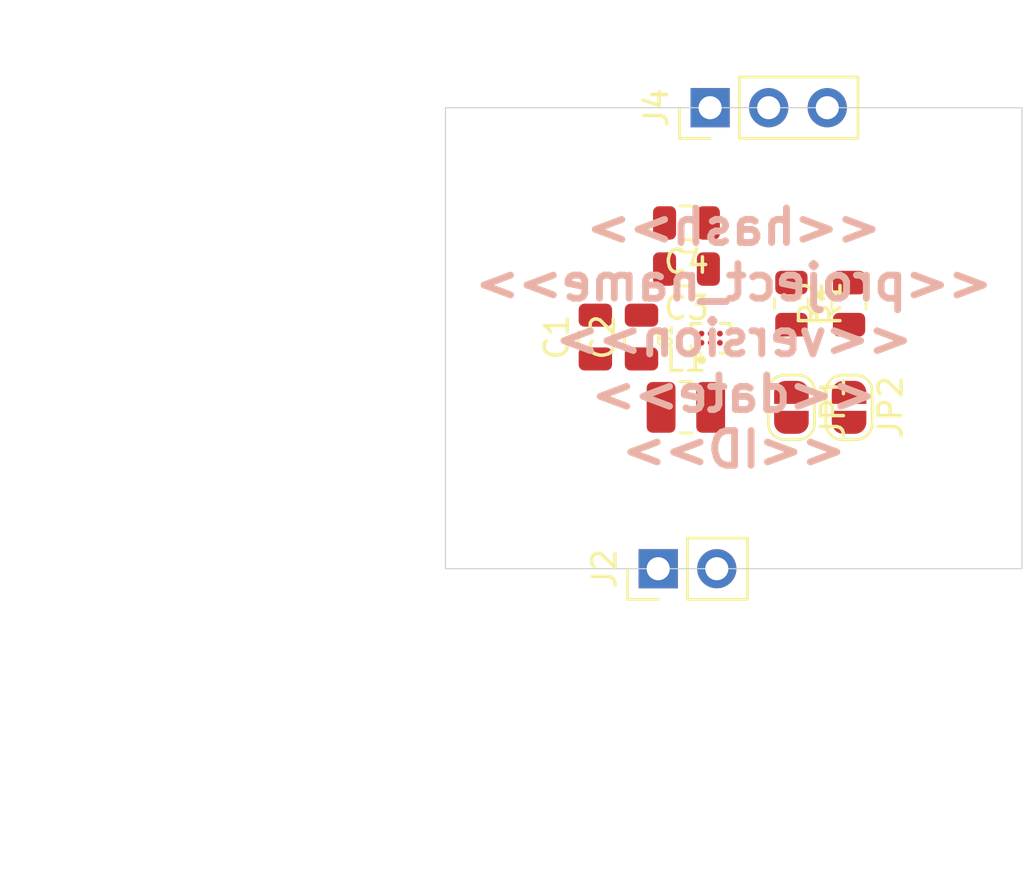
<source format=kicad_pcb>
(kicad_pcb (version 20211014) (generator pcbnew)
  (title_block (title "<<project_name>>") (date "<<date>>") (rev "<<version>>") (comment 4 "<<hash>>"))
  (layers (0 "F.Cu" signal) (31 "B.Cu" signal) (34 "B.Paste" user) (35 "F.Paste" user) (36 "B.SilkS" user "B.Silkscreen") (37 "F.SilkS" user "F.Silkscreen") (38 "B.Mask" user) (39 "F.Mask" user) (44 "Edge.Cuts" user))
  (net 0 "")
  (net 1 "Vin")
  (net 2 "GND")
  (net 3 "Vout")
  (net 4 "En")
  (net 5 "Net-(L1-Pad2)")
  (net 6 "FB")
  (footprint "Resistor_SMD:R_0805_2012Metric" (layer "F.Cu") (at 149 94.5 -90)
    (fp_text reference "R1" (at 0 -1.65 90) (layer "F.SilkS"))
    (fp_text value "R_Small")
    (fp_line (start -0.227064 -0.735) (end 0.227064 -0.735) (layer "F.SilkS") (width 0.12))
    (fp_line (start -0.227064 0.735) (end 0.227064 0.735) (layer "F.SilkS") (width 0.12))
    (pad "1" smd roundrect (at -0.9125 0 270) (size 1.025 1.4) (layers "F.Cu" "F.Paste" "F.Mask") (roundrect_rratio 0.243902) (net 3 "Vout"))
    (pad "2" smd roundrect (at 0.9125 0 270) (size 1.025 1.4) (layers "F.Cu" "F.Paste" "F.Mask") (roundrect_rratio 0.243902) (net 6 "FB"))
  )
  (footprint "Capacitor_SMD:C_0805_2012Metric" (layer "F.Cu") (at 142.5 95.95 90)
    (fp_text reference "C2" (at 0 -1.68 90) (layer "F.SilkS"))
    (fp_text value "C_Small")
    (fp_line (start -0.261252 0.735) (end 0.261252 0.735) (layer "F.SilkS") (width 0.12))
    (fp_line (start -0.261252 -0.735) (end 0.261252 -0.735) (layer "F.SilkS") (width 0.12))
    (pad "1" smd roundrect (at -0.95 0 90) (size 1 1.45) (layers "F.Cu" "F.Paste" "F.Mask") (net 1 "Vin"))
    (pad "2" smd roundrect (at 0.95 0 90) (size 1 1.45) (layers "F.Cu" "F.Paste" "F.Mask") (net 2 "GND"))
  )
  (footprint "Capacitor_SMD:C_0805_2012Metric" (layer "F.Cu") (at 144.45 91 180)
    (fp_text reference "C4" (at 0 -1.68) (layer "F.SilkS"))
    (fp_text value "C_Small")
    (fp_line (start -0.261252 -0.735) (end 0.261252 -0.735) (layer "F.SilkS") (width 0.12))
    (fp_line (start -0.261252 0.735) (end 0.261252 0.735) (layer "F.SilkS") (width 0.12))
    (pad "1" smd roundrect (at -0.95 0 180) (size 1 1.45) (layers "F.Cu" "F.Paste" "F.Mask") (net 3 "Vout"))
    (pad "2" smd roundrect (at 0.95 0 180) (size 1 1.45) (layers "F.Cu" "F.Paste" "F.Mask") (net 2 "GND"))
  )
  (footprint "Capacitor_SMD:C_0805_2012Metric" (layer "F.Cu") (at 144.45 93 180)
    (fp_text reference "C3" (at 0 -1.68) (layer "F.SilkS"))
    (fp_text value "C_Small")
    (fp_line (start -0.261252 -0.735) (end 0.261252 -0.735) (layer "F.SilkS") (width 0.12))
    (fp_line (start -0.261252 0.735) (end 0.261252 0.735) (layer "F.SilkS") (width 0.12))
    (pad "1" smd roundrect (at -0.95 0 180) (size 1 1.45) (layers "F.Cu" "F.Paste" "F.Mask") (net 3 "Vout"))
    (pad "2" smd roundrect (at 0.95 0 180) (size 1 1.45) (layers "F.Cu" "F.Paste" "F.Mask") (net 2 "GND"))
  )
  (footprint "Converter_DCDC_custom:BGA6N40P3X2_122X88X62N" (layer "F.Cu") (at 145.5 96 90)
    (fp_text reference "U1" (at 0.082 -1.9178 90) (layer "F.SilkS") (effects (font (size 0.48 0.48))))
    (fp_text value "TPS61099YFFT")
    (fp_line (start -0.645 0.845) (end -0.645 0.4225) (layer "F.SilkS") (width 0.127))
    (fp_line (start -0.645 -0.845) (end -0.645 -0.4225) (layer "F.SilkS") (width 0.127))
    (fp_line (start 0.645 -0.845) (end 0.645 -0.4225) (layer "F.SilkS") (width 0.127))
    (fp_line (start 0.645 0.845) (end 0.645 0.4225) (layer "F.SilkS") (width 0.127))
    (fp_line (start 0.645 0.845) (end 0.3225 0.845) (layer "F.SilkS") (width 0.127))
    (fp_line (start -0.645 0.845) (end -0.3225 0.845) (layer "F.SilkS") (width 0.127))
    (fp_line (start -0.645 -0.845) (end -0.3225 -0.845) (layer "F.SilkS") (width 0.127))
    (fp_line (start 0.645 -0.845) (end 0.3225 -0.845) (layer "F.SilkS") (width 0.127))
    (fp_circle (center -0.942 -0.4) (end -0.842 -0.4) (layer "F.SilkS") (width 0.2) (fill none))
    (pad "A1" smd circle (at -0.2 -0.4 90) (size 0.25 0.25) (layers "F.Cu" "F.Paste" "F.Mask") (net 1 "Vin"))
    (pad "A2" smd circle (at 0.2 -0.4 90) (size 0.25 0.25) (layers "F.Cu" "F.Paste" "F.Mask") (net 2 "GND"))
    (pad "B1" smd circle (at -0.2 0 90) (size 0.25 0.25) (layers "F.Cu" "F.Paste" "F.Mask") (net 5 "Net-(L1-Pad2)"))
    (pad "B2" smd circle (at 0.2 0 90) (size 0.25 0.25) (layers "F.Cu" "F.Paste" "F.Mask") (net 3 "Vout"))
    (pad "C1" smd circle (at -0.2 0.4 90) (size 0.25 0.25) (layers "F.Cu" "F.Paste" "F.Mask") (net 4 "En"))
    (pad "C2" smd circle (at 0.2 0.4 90) (size 0.25 0.25) (layers "F.Cu" "F.Paste" "F.Mask") (net 6 "FB"))
  )
  (footprint "Jumper:SolderJumper-2_P1.3mm_Open_RoundedPad1.0x1.5mm" (layer "F.Cu") (at 149 99 -90)
    (fp_text reference "JP1" (at 0 -1.8 90) (layer "F.SilkS"))
    (fp_text value "SolderJumper_2_Open")
    (fp_line (start -1.4 0.3) (end -1.4 -0.3) (layer "F.SilkS") (width 0.12))
    (fp_line (start -0.7 -1) (end 0.7 -1) (layer "F.SilkS") (width 0.12))
    (fp_line (start 1.4 -0.3) (end 1.4 0.3) (layer "F.SilkS") (width 0.12))
    (fp_line (start 0.7 1) (end -0.7 1) (layer "F.SilkS") (width 0.12))
    (fp_arc (start 0.7 -1) (mid 1.194975 -0.794975) (end 1.4 -0.3) (layer "F.SilkS") (width 0.12))
    (fp_arc (start 1.4 0.3) (mid 1.194975 0.794975) (end 0.7 1) (layer "F.SilkS") (width 0.12))
    (fp_arc (start -0.7 1) (mid -1.194975 0.794975) (end -1.4 0.3) (layer "F.SilkS") (width 0.12))
    (fp_arc (start -1.4 -0.3) (mid -1.194975 -0.794975) (end -0.7 -1) (layer "F.SilkS") (width 0.12))
    (pad "1" smd custom (at -0.65 0 270) (size 1 0.5) (layers "F.Cu" "F.Mask") (net 4 "En") (options (clearance outline) (anchor rect)) (primitives (gr_circle (center 0 0.25) (end 0.5 0.25) (width 0) (fill yes)) (gr_circle (center 0 -0.25) (end 0.5 -0.25) (width 0) (fill yes)) (gr_poly (pts (xy 0.5 0.75) (xy 0 0.75) (xy 0 -0.75) (xy 0.5 -0.75)) (width 0) (fill yes))))
    (pad "2" smd custom (at 0.65 0 270) (size 1 0.5) (layers "F.Cu" "F.Mask") (net 1 "Vin") (options (clearance outline) (anchor rect)) (primitives (gr_circle (center 0 0.25) (end 0.5 0.25) (width 0) (fill yes)) (gr_circle (center 0 -0.25) (end 0.5 -0.25) (width 0) (fill yes)) (gr_poly (pts (xy 0 0.75) (xy -0.5 0.75) (xy -0.5 -0.75) (xy 0 -0.75)) (width 0) (fill yes))))
  )
  (footprint "Connector_PinHeader_2.54mm:PinHeader_1x02_P2.54mm_Vertical" (layer "F.Cu") (at 143.225 106 90)
    (fp_text reference "J2" (at 0 -2.33 90) (layer "F.SilkS"))
    (fp_text value "Conn_01x02")
    (fp_line (start 1.33 1.27) (end 1.33 3.87) (layer "F.SilkS") (width 0.12))
    (fp_line (start -1.33 0) (end -1.33 -1.33) (layer "F.SilkS") (width 0.12))
    (fp_line (start -1.33 1.27) (end 1.33 1.27) (layer "F.SilkS") (width 0.12))
    (fp_line (start -1.33 3.87) (end 1.33 3.87) (layer "F.SilkS") (width 0.12))
    (fp_line (start -1.33 -1.33) (end 0 -1.33) (layer "F.SilkS") (width 0.12))
    (fp_line (start -1.33 1.27) (end -1.33 3.87) (layer "F.SilkS") (width 0.12))
    (pad "1" thru_hole rect (at 0 0 90) (size 1.7 1.7) (drill 1) (layers *.Cu *.Mask) (net 1 "Vin"))
    (pad "2" thru_hole oval (at 0 2.54 90) (size 1.7 1.7) (drill 1) (layers *.Cu *.Mask) (net 2 "GND"))
  )
  (footprint "Resistor_SMD:R_0805_2012Metric" (layer "F.Cu") (at 151.5 94.5 90)
    (fp_text reference "R2" (at 0 -1.65 90) (layer "F.SilkS"))
    (fp_text value "R_Small")
    (fp_line (start -0.227064 -0.735) (end 0.227064 -0.735) (layer "F.SilkS") (width 0.12))
    (fp_line (start -0.227064 0.735) (end 0.227064 0.735) (layer "F.SilkS") (width 0.12))
    (pad "1" smd roundrect (at -0.9125 0 90) (size 1.025 1.4) (layers "F.Cu" "F.Paste" "F.Mask") (roundrect_rratio 0.243902) (net 6 "FB"))
    (pad "2" smd roundrect (at 0.9125 0 90) (size 1.025 1.4) (layers "F.Cu" "F.Paste" "F.Mask") (roundrect_rratio 0.243902) (net 2 "GND"))
  )
  (footprint "Inductor_SMD:L_1008_2520Metric" (layer "F.Cu") (at 144.425 99)
    (fp_text reference "L1" (at 0 -2.05) (layer "F.SilkS"))
    (fp_text value "L_Small")
    (fp_line (start -0.261252 1.11) (end 0.261252 1.11) (layer "F.SilkS") (width 0.12))
    (fp_line (start -0.261252 -1.11) (end 0.261252 -1.11) (layer "F.SilkS") (width 0.12))
    (pad "1" smd roundrect (at -1.075 0) (size 1.25 2.2) (layers "F.Cu" "F.Paste" "F.Mask") (roundrect_rratio 0.2) (net 1 "Vin"))
    (pad "2" smd roundrect (at 1.075 0) (size 1.25 2.2) (layers "F.Cu" "F.Paste" "F.Mask") (roundrect_rratio 0.2) (net 5 "Net-(L1-Pad2)"))
  )
  (footprint "Jumper:SolderJumper-2_P1.3mm_Open_RoundedPad1.0x1.5mm" (layer "F.Cu") (at 151.5 99 -90)
    (fp_text reference "JP2" (at 0 -1.8 90) (layer "F.SilkS"))
    (fp_text value "SolderJumper_2_Open")
    (fp_line (start 1.4 -0.3) (end 1.4 0.3) (layer "F.SilkS") (width 0.12))
    (fp_line (start -1.4 0.3) (end -1.4 -0.3) (layer "F.SilkS") (width 0.12))
    (fp_line (start -0.7 -1) (end 0.7 -1) (layer "F.SilkS") (width 0.12))
    (fp_line (start 0.7 1) (end -0.7 1) (layer "F.SilkS") (width 0.12))
    (fp_arc (start 1.4 0.3) (mid 1.194975 0.794975) (end 0.7 1) (layer "F.SilkS") (width 0.12))
    (fp_arc (start -1.4 -0.3) (mid -1.194975 -0.794975) (end -0.7 -1) (layer "F.SilkS") (width 0.12))
    (fp_arc (start -0.7 1) (mid -1.194975 0.794975) (end -1.4 0.3) (layer "F.SilkS") (width 0.12))
    (fp_arc (start 0.7 -1) (mid 1.194975 -0.794975) (end 1.4 -0.3) (layer "F.SilkS") (width 0.12))
    (pad "1" smd custom (at -0.65 0 270) (size 1 0.5) (layers "F.Cu" "F.Mask") (net 6 "FB") (options (clearance outline) (anchor rect)) (primitives (gr_circle (center 0 0.25) (end 0.5 0.25) (width 0) (fill yes)) (gr_circle (center 0 -0.25) (end 0.5 -0.25) (width 0) (fill yes)) (gr_poly (pts (xy 0.5 0.75) (xy 0 0.75) (xy 0 -0.75) (xy 0.5 -0.75)) (width 0) (fill yes))))
    (pad "2" smd custom (at 0.65 0 270) (size 1 0.5) (layers "F.Cu" "F.Mask") (net 2 "GND") (options (clearance outline) (anchor rect)) (primitives (gr_circle (center 0 0.25) (end 0.5 0.25) (width 0) (fill yes)) (gr_circle (center 0 -0.25) (end 0.5 -0.25) (width 0) (fill yes)) (gr_poly (pts (xy 0 0.75) (xy -0.5 0.75) (xy -0.5 -0.75) (xy 0 -0.75)) (width 0) (fill yes))))
  )
  (footprint "Connector_PinHeader_2.54mm:PinHeader_1x03_P2.54mm_Vertical" (layer "F.Cu") (at 145.475 86 90)
    (fp_text reference "J4" (at 0 -2.33 90) (layer "F.SilkS"))
    (fp_text value "Conn_01x03")
    (fp_line (start 1.33 1.27) (end 1.33 6.41) (layer "F.SilkS") (width 0.12))
    (fp_line (start -1.33 -1.33) (end 0 -1.33) (layer "F.SilkS") (width 0.12))
    (fp_line (start -1.33 1.27) (end -1.33 6.41) (layer "F.SilkS") (width 0.12))
    (fp_line (start -1.33 0) (end -1.33 -1.33) (layer "F.SilkS") (width 0.12))
    (fp_line (start -1.33 6.41) (end 1.33 6.41) (layer "F.SilkS") (width 0.12))
    (fp_line (start -1.33 1.27) (end 1.33 1.27) (layer "F.SilkS") (width 0.12))
    (pad "1" thru_hole rect (at 0 0 90) (size 1.7 1.7) (drill 1) (layers *.Cu *.Mask) (net 3 "Vout"))
    (pad "2" thru_hole oval (at 0 2.54 90) (size 1.7 1.7) (drill 1) (layers *.Cu *.Mask) (net 2 "GND"))
    (pad "3" thru_hole oval (at 0 5.08 90) (size 1.7 1.7) (drill 1) (layers *.Cu *.Mask) (net 4 "En"))
  )
  (footprint "Capacitor_SMD:C_0805_2012Metric" (layer "F.Cu") (at 140.5 95.95 90)
    (fp_text reference "C1" (at 0 -1.68 90) (layer "F.SilkS"))
    (fp_text value "C_Small")
    (fp_line (start -0.261252 0.735) (end 0.261252 0.735) (layer "F.SilkS") (width 0.12))
    (fp_line (start -0.261252 -0.735) (end 0.261252 -0.735) (layer "F.SilkS") (width 0.12))
    (pad "1" smd roundrect (at -0.95 0 90) (size 1 1.45) (layers "F.Cu" "F.Paste" "F.Mask") (net 1 "Vin"))
    (pad "2" smd roundrect (at 0.95 0 90) (size 1 1.45) (layers "F.Cu" "F.Paste" "F.Mask") (net 2 "GND"))
  )
  (gr_rect (start 134 86) (end 159 106) (layer "Edge.Cuts") (width 0.05) (fill none))
  (gr_text "<<hash>>\n<<project_name>>\n<<version>>\n<<date>>\n<<ID>>" (at 146.5 96) (layer "B.SilkS") (effects (font (size 1.5 1.5) (thickness 0.3)) (justify mirror)))
)
</source>
